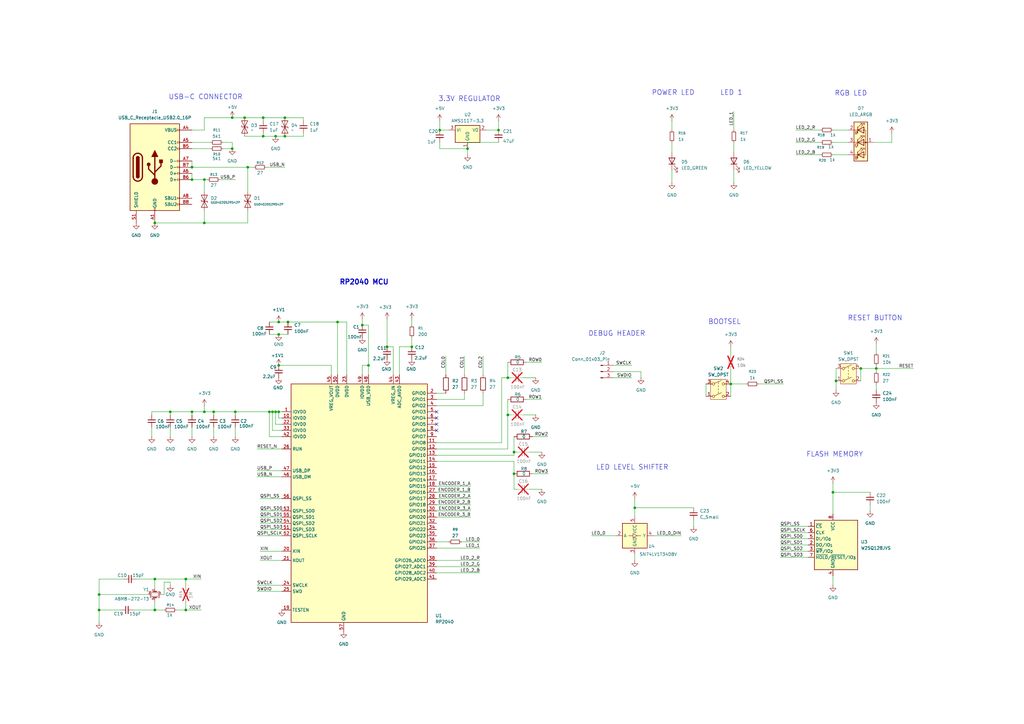
<source format=kicad_sch>
(kicad_sch (version 20250114) (generator "eeschema") (generator_version "9.0")
  (paper "A3")
  (text "RP2040 MCU" (at 149.352 115.824 0) (effects (font (size 2.032 2.032) (thickness 0.4064) (bold yes))))
  (text "LED LEVEL SHIFTER" (at 259.334 191.77 0) (effects (font (size 2.032 2.032))))
  (text "BOOTSEL" (at 297.18 132.08 0) (effects (font (size 2.032 2.032))))
  (text "USB-C CONNECTOR" (at 84.328 39.878 0) (effects (font (size 2.032 2.032))))
  (text "3.3V REGULATOR" (at 192.532 40.64 0) (effects (font (size 2.032 2.032))))
  (text "RESET BUTTON" (at 358.902 130.556 0) (effects (font (size 2.032 2.032))))
  (text "POWER LED" (at 276.098 38.1 0) (effects (font (size 2.032 2.032))))
  (text "FLASH MEMORY" (at 342.392 186.436 0) (effects (font (size 2.032 2.032))))
  (text "LED 1" (at 299.974 38.1 0) (effects (font (size 2.032 2.032))))
  (text "RGB LED" (at 348.996 38.354 0) (effects (font (size 2.032 2.032))))
  (text "DEBUG HEADER" (at 252.984 136.906 0) (effects (font (size 2.032 2.032))))
  (junction (at 113.03 168.91))
  (junction (at 114.3 149.86))
  (junction (at 116.84 48.26))
  (junction (at 138.43 132.08))
  (junction (at 208.28 170.18))
  (junction (at 87.63 168.91))
  (junction (at 107.95 48.26))
  (junction (at 111.76 168.91))
  (junction (at 95.25 48.26))
  (junction (at 110.49 168.91))
  (junction (at 83.82 73.66))
  (junction (at 40.64 243.84))
  (junction (at 148.59 133.35))
  (junction (at 299.72 157.48))
  (junction (at 78.74 168.91))
  (junction (at 342.9 156.21))
  (junction (at 100.33 48.26))
  (junction (at 40.64 250.19))
  (junction (at 63.5 237.49))
  (junction (at 78.74 73.66))
  (junction (at 151.13 149.86))
  (junction (at 96.52 168.91))
  (junction (at 204.47 53.34))
  (junction (at 101.6 68.58))
  (junction (at 191.77 60.96))
  (junction (at 95.25 60.96))
  (junction (at 83.82 91.44))
  (junction (at 113.03 55.88))
  (junction (at 76.2 250.19))
  (junction (at 116.84 55.88))
  (junction (at 260.35 208.28))
  (junction (at 210.82 185.42))
  (junction (at 63.5 91.44))
  (junction (at 63.5 250.19))
  (junction (at 208.28 154.94))
  (junction (at 83.82 168.91))
  (junction (at 341.63 201.93))
  (junction (at 180.34 53.34))
  (junction (at 114.3 137.16))
  (junction (at 107.95 55.88))
  (junction (at 114.3 132.08))
  (junction (at 118.11 132.08))
  (junction (at 158.75 142.24))
  (junction (at 114.3 168.91))
  (junction (at 76.2 237.49))
  (junction (at 78.74 68.58))
  (junction (at 353.06 151.13))
  (junction (at 168.91 142.24))
  (junction (at 210.82 194.31))
  (junction (at 69.85 168.91))
  (junction (at 359.41 151.13))
  (no_connect (at 179.07 168.91))
  (no_connect (at 179.07 173.99))
  (no_connect (at 179.07 171.45))
  (no_connect (at 179.07 176.53))
  (wire (pts (xy 190.5 146.05) (xy 190.5 153.67)))
  (wire (pts (xy 210.82 189.23) (xy 210.82 194.31)))
  (wire (pts (xy 106.68 226.06) (xy 115.57 226.06)))
  (wire (pts (xy 115.57 171.45) (xy 114.3 171.45)))
  (wire (pts (xy 113.03 55.88) (xy 116.84 55.88)))
  (wire (pts (xy 299.72 142.24) (xy 299.72 146.05)))
  (wire (pts (xy 198.12 161.29) (xy 198.12 166.37)))
  (wire (pts (xy 208.28 163.83) (xy 208.28 170.18)))
  (wire (pts (xy 320.04 218.44) (xy 331.47 218.44)))
  (wire (pts (xy 341.63 198.12) (xy 341.63 201.93)))
  (wire (pts (xy 110.49 132.08) (xy 114.3 132.08)))
  (wire (pts (xy 87.63 175.26) (xy 87.63 179.07)))
  (wire (pts (xy 208.28 184.15) (xy 208.28 170.18)))
  (wire (pts (xy 76.2 250.19) (xy 82.55 250.19)))
  (wire (pts (xy 66.04 243.84) (xy 67.31 243.84)))
  (wire (pts (xy 69.85 170.18) (xy 69.85 168.91)))
  (wire (pts (xy 353.06 151.13) (xy 353.06 156.21)))
  (wire (pts (xy 320.04 228.6) (xy 331.47 228.6)))
  (wire (pts (xy 76.2 237.49) (xy 76.2 241.3)))
  (wire (pts (xy 163.83 142.24) (xy 168.91 142.24)))
  (wire (pts (xy 179.07 201.93) (xy 193.04 201.93)))
  (wire (pts (xy 63.5 250.19) (xy 54.61 250.19)))
  (wire (pts (xy 161.29 142.24) (xy 158.75 142.24)))
  (wire (pts (xy 326.39 63.5) (xy 336.55 63.5)))
  (wire (pts (xy 106.68 229.87) (xy 115.57 229.87)))
  (wire (pts (xy 251.46 149.86) (xy 259.08 149.86)))
  (wire (pts (xy 40.64 237.49) (xy 40.64 243.84)))
  (wire (pts (xy 210.82 200.66) (xy 212.09 200.66)))
  (wire (pts (xy 101.6 68.58) (xy 104.14 68.58)))
  (wire (pts (xy 341.63 201.93) (xy 356.87 201.93)))
  (wire (pts (xy 63.5 246.38) (xy 63.5 250.19)))
  (wire (pts (xy 63.5 237.49) (xy 76.2 237.49)))
  (wire (pts (xy 359.41 149.86) (xy 359.41 151.13)))
  (wire (pts (xy 179.07 209.55) (xy 193.04 209.55)))
  (wire (pts (xy 76.2 237.49) (xy 82.55 237.49)))
  (wire (pts (xy 359.41 151.13) (xy 374.65 151.13)))
  (wire (pts (xy 210.82 185.42) (xy 212.09 185.42)))
  (wire (pts (xy 215.9 163.83) (xy 222.25 163.83)))
  (wire (pts (xy 242.57 219.71) (xy 252.73 219.71)))
  (wire (pts (xy 106.68 204.47) (xy 115.57 204.47)))
  (wire (pts (xy 359.41 157.48) (xy 359.41 160.02)))
  (wire (pts (xy 113.03 173.99) (xy 113.03 168.91)))
  (wire (pts (xy 199.39 53.34) (xy 204.47 53.34)))
  (wire (pts (xy 251.46 152.4) (xy 262.89 152.4)))
  (wire (pts (xy 260.35 208.28) (xy 260.35 212.09)))
  (wire (pts (xy 50.8 237.49) (xy 40.64 237.49)))
  (wire (pts (xy 158.75 130.81) (xy 158.75 142.24)))
  (wire (pts (xy 62.23 168.91) (xy 69.85 168.91)))
  (wire (pts (xy 110.49 179.07) (xy 110.49 168.91)))
  (wire (pts (xy 190.5 161.29) (xy 190.5 163.83)))
  (wire (pts (xy 275.59 58.42) (xy 275.59 62.23)))
  (wire (pts (xy 208.28 154.94) (xy 209.55 154.94)))
  (wire (pts (xy 114.3 137.16) (xy 118.11 137.16)))
  (wire (pts (xy 78.74 66.04) (xy 78.74 68.58)))
  (wire (pts (xy 90.17 73.66) (xy 96.52 73.66)))
  (wire (pts (xy 101.6 68.58) (xy 101.6 78.74)))
  (wire (pts (xy 67.31 238.76) (xy 69.85 238.76)))
  (wire (pts (xy 300.99 58.42) (xy 300.99 62.23)))
  (wire (pts (xy 300.99 69.85) (xy 300.99 74.93)))
  (wire (pts (xy 106.68 212.09) (xy 115.57 212.09)))
  (wire (pts (xy 180.34 60.96) (xy 191.77 60.96)))
  (wire (pts (xy 105.41 184.15) (xy 115.57 184.15)))
  (wire (pts (xy 49.53 250.19) (xy 40.64 250.19)))
  (wire (pts (xy 179.07 163.83) (xy 190.5 163.83)))
  (wire (pts (xy 179.07 161.29) (xy 182.88 161.29)))
  (wire (pts (xy 63.5 237.49) (xy 55.88 237.49)))
  (wire (pts (xy 260.35 227.33) (xy 260.35 229.87)))
  (wire (pts (xy 341.63 236.22) (xy 341.63 240.03)))
  (wire (pts (xy 320.04 226.06) (xy 331.47 226.06)))
  (wire (pts (xy 205.74 181.61) (xy 205.74 154.94)))
  (wire (pts (xy 124.46 55.88) (xy 116.84 55.88)))
  (wire (pts (xy 168.91 130.81) (xy 168.91 133.35)))
  (wire (pts (xy 106.68 209.55) (xy 115.57 209.55)))
  (wire (pts (xy 105.41 195.58) (xy 115.57 195.58)))
  (wire (pts (xy 40.64 243.84) (xy 40.64 250.19)))
  (wire (pts (xy 179.07 186.69) (xy 210.82 186.69)))
  (wire (pts (xy 326.39 58.42) (xy 336.55 58.42)))
  (wire (pts (xy 69.85 238.76) (xy 69.85 240.03)))
  (wire (pts (xy 341.63 63.5) (xy 347.98 63.5)))
  (wire (pts (xy 359.41 140.97) (xy 359.41 144.78)))
  (wire (pts (xy 138.43 132.08) (xy 138.43 153.67)))
  (wire (pts (xy 299.72 157.48) (xy 306.07 157.48)))
  (wire (pts (xy 67.31 238.76) (xy 67.31 243.84)))
  (wire (pts (xy 114.3 171.45) (xy 114.3 168.91)))
  (wire (pts (xy 179.07 222.25) (xy 184.15 222.25)))
  (wire (pts (xy 83.82 91.44) (xy 83.82 86.36)))
  (wire (pts (xy 260.35 204.47) (xy 260.35 208.28)))
  (wire (pts (xy 96.52 175.26) (xy 96.52 179.07)))
  (wire (pts (xy 96.52 170.18) (xy 96.52 168.91)))
  (wire (pts (xy 83.82 73.66) (xy 85.09 73.66)))
  (wire (pts (xy 358.14 58.42) (xy 365.76 58.42)))
  (wire (pts (xy 95.25 48.26) (xy 100.33 48.26)))
  (wire (pts (xy 353.06 151.13) (xy 359.41 151.13)))
  (wire (pts (xy 210.82 194.31) (xy 210.82 200.66)))
  (wire (pts (xy 341.63 53.34) (xy 347.98 53.34)))
  (wire (pts (xy 105.41 242.57) (xy 115.57 242.57)))
  (wire (pts (xy 118.11 132.08) (xy 138.43 132.08)))
  (wire (pts (xy 96.52 168.91) (xy 110.49 168.91)))
  (wire (pts (xy 262.89 152.4) (xy 262.89 154.94)))
  (wire (pts (xy 151.13 133.35) (xy 148.59 133.35)))
  (wire (pts (xy 107.95 48.26) (xy 107.95 49.53)))
  (wire (pts (xy 359.41 151.13) (xy 359.41 152.4)))
  (wire (pts (xy 78.74 53.34) (xy 83.82 53.34)))
  (wire (pts (xy 163.83 153.67) (xy 163.83 142.24)))
  (wire (pts (xy 179.07 181.61) (xy 205.74 181.61)))
  (wire (pts (xy 114.3 168.91) (xy 113.03 168.91)))
  (wire (pts (xy 107.95 54.61) (xy 107.95 55.88)))
  (wire (pts (xy 168.91 138.43) (xy 168.91 142.24)))
  (wire (pts (xy 107.95 48.26) (xy 116.84 48.26)))
  (wire (pts (xy 214.63 170.18) (xy 219.71 170.18)))
  (wire (pts (xy 191.77 60.96) (xy 191.77 63.5)))
  (wire (pts (xy 180.34 53.34) (xy 184.15 53.34)))
  (wire (pts (xy 138.43 132.08) (xy 142.24 132.08)))
  (wire (pts (xy 217.17 185.42) (xy 222.25 185.42)))
  (wire (pts (xy 110.49 137.16) (xy 114.3 137.16)))
  (wire (pts (xy 115.57 168.91) (xy 114.3 168.91)))
  (wire (pts (xy 63.5 91.44) (xy 83.82 91.44)))
  (wire (pts (xy 299.72 151.13) (xy 299.72 157.48)))
  (wire (pts (xy 83.82 48.26) (xy 83.82 53.34)))
  (wire (pts (xy 114.3 132.08) (xy 118.11 132.08)))
  (wire (pts (xy 214.63 154.94) (xy 219.71 154.94)))
  (wire (pts (xy 135.89 153.67) (xy 135.89 149.86)))
  (wire (pts (xy 151.13 153.67) (xy 151.13 149.86)))
  (wire (pts (xy 179.07 229.87) (xy 196.85 229.87)))
  (wire (pts (xy 179.07 184.15) (xy 208.28 184.15)))
  (wire (pts (xy 40.64 243.84) (xy 60.96 243.84)))
  (wire (pts (xy 182.88 146.05) (xy 182.88 153.67)))
  (wire (pts (xy 215.9 148.59) (xy 222.25 148.59)))
  (wire (pts (xy 275.59 69.85) (xy 275.59 74.93)))
  (wire (pts (xy 105.41 193.04) (xy 115.57 193.04)))
  (wire (pts (xy 116.84 48.26) (xy 124.46 48.26)))
  (wire (pts (xy 251.46 154.94) (xy 259.08 154.94)))
  (wire (pts (xy 179.07 189.23) (xy 210.82 189.23)))
  (wire (pts (xy 62.23 170.18) (xy 62.23 168.91)))
  (wire (pts (xy 148.59 130.81) (xy 148.59 133.35)))
  (wire (pts (xy 260.35 208.28) (xy 284.48 208.28)))
  (wire (pts (xy 204.47 58.42) (xy 191.77 58.42)))
  (wire (pts (xy 191.77 58.42) (xy 191.77 60.96)))
  (wire (pts (xy 107.95 55.88) (xy 113.03 55.88)))
  (wire (pts (xy 217.17 200.66) (xy 222.25 200.66)))
  (wire (pts (xy 179.07 204.47) (xy 193.04 204.47)))
  (wire (pts (xy 78.74 71.12) (xy 78.74 73.66)))
  (wire (pts (xy 76.2 246.38) (xy 76.2 250.19)))
  (wire (pts (xy 284.48 213.36) (xy 284.48 215.9)))
  (wire (pts (xy 179.07 166.37) (xy 198.12 166.37)))
  (wire (pts (xy 300.99 45.72) (xy 300.99 53.34)))
  (wire (pts (xy 78.74 175.26) (xy 78.74 179.07)))
  (wire (pts (xy 105.41 240.03) (xy 115.57 240.03)))
  (wire (pts (xy 210.82 185.42) (xy 210.82 186.69)))
  (wire (pts (xy 148.59 149.86) (xy 148.59 153.67)))
  (wire (pts (xy 91.44 58.42) (xy 95.25 58.42)))
  (wire (pts (xy 83.82 48.26) (xy 95.25 48.26)))
  (wire (pts (xy 106.68 214.63) (xy 115.57 214.63)))
  (wire (pts (xy 205.74 154.94) (xy 208.28 154.94)))
  (wire (pts (xy 101.6 86.36) (xy 101.6 91.44)))
  (wire (pts (xy 204.47 49.53) (xy 204.47 53.34)))
  (wire (pts (xy 83.82 73.66) (xy 83.82 78.74)))
  (wire (pts (xy 267.97 219.71) (xy 279.4 219.71)))
  (wire (pts (xy 326.39 53.34) (xy 336.55 53.34)))
  (wire (pts (xy 135.89 149.86) (xy 114.3 149.86)))
  (wire (pts (xy 95.25 58.42) (xy 95.25 60.96)))
  (wire (pts (xy 179.07 212.09) (xy 193.04 212.09)))
  (wire (pts (xy 320.04 220.98) (xy 331.47 220.98)))
  (wire (pts (xy 78.74 168.91) (xy 69.85 168.91)))
  (wire (pts (xy 63.5 241.3) (xy 63.5 237.49)))
  (wire (pts (xy 83.82 168.91) (xy 78.74 168.91)))
  (wire (pts (xy 40.64 250.19) (xy 40.64 255.27)))
  (wire (pts (xy 124.46 54.61) (xy 124.46 55.88)))
  (wire (pts (xy 179.07 224.79) (xy 196.85 224.79)))
  (wire (pts (xy 124.46 48.26) (xy 124.46 49.53)))
  (wire (pts (xy 180.34 58.42) (xy 180.34 60.96)))
  (wire (pts (xy 113.03 168.91) (xy 111.76 168.91)))
  (wire (pts (xy 142.24 132.08) (xy 142.24 153.67)))
  (wire (pts (xy 161.29 153.67) (xy 161.29 142.24)))
  (wire (pts (xy 148.59 149.86) (xy 151.13 149.86)))
  (wire (pts (xy 179.07 234.95) (xy 196.85 234.95)))
  (wire (pts (xy 91.44 60.96) (xy 95.25 60.96)))
  (wire (pts (xy 208.28 170.18) (xy 209.55 170.18)))
  (wire (pts (xy 320.04 223.52) (xy 331.47 223.52)))
  (wire (pts (xy 115.57 173.99) (xy 113.03 173.99)))
  (wire (pts (xy 180.34 49.53) (xy 180.34 53.34)))
  (wire (pts (xy 105.41 219.71) (xy 115.57 219.71)))
  (wire (pts (xy 320.04 215.9) (xy 331.47 215.9)))
  (wire (pts (xy 210.82 179.07) (xy 210.82 185.42)))
  (wire (pts (xy 179.07 199.39) (xy 193.04 199.39)))
  (wire (pts (xy 69.85 175.26) (xy 69.85 179.07)))
  (wire (pts (xy 311.15 157.48) (xy 321.31 157.48)))
  (wire (pts (xy 189.23 222.25) (xy 196.85 222.25)))
  (wire (pts (xy 111.76 176.53) (xy 111.76 168.91)))
  (wire (pts (xy 78.74 60.96) (xy 86.36 60.96)))
  (wire (pts (xy 179.07 207.01) (xy 193.04 207.01)))
  (wire (pts (xy 101.6 91.44) (xy 83.82 91.44)))
  (wire (pts (xy 299.72 157.48) (xy 299.72 162.56)))
  (wire (pts (xy 341.63 58.42) (xy 347.98 58.42)))
  (wire (pts (xy 63.5 250.19) (xy 67.31 250.19)))
  (wire (pts (xy 356.87 207.01) (xy 356.87 209.55)))
  (wire (pts (xy 341.63 201.93) (xy 341.63 210.82)))
  (wire (pts (xy 275.59 49.53) (xy 275.59 53.34)))
  (wire (pts (xy 78.74 68.58) (xy 101.6 68.58)))
  (wire (pts (xy 111.76 168.91) (xy 110.49 168.91)))
  (wire (pts (xy 96.52 168.91) (xy 87.63 168.91)))
  (wire (pts (xy 365.76 54.61) (xy 365.76 58.42)))
  (wire (pts (xy 78.74 170.18) (xy 78.74 168.91)))
  (wire (pts (xy 72.39 250.19) (xy 76.2 250.19)))
  (wire (pts (xy 179.07 232.41) (xy 196.85 232.41)))
  (wire (pts (xy 100.33 48.26) (xy 107.95 48.26)))
  (wire (pts (xy 109.22 68.58) (xy 116.84 68.58)))
  (wire (pts (xy 115.57 179.07) (xy 110.49 179.07)))
  (wire (pts (xy 208.28 148.59) (xy 208.28 154.94)))
  (wire (pts (xy 198.12 146.05) (xy 198.12 153.67)))
  (wire (pts (xy 218.44 194.31) (xy 224.79 194.31)))
  (wire (pts (xy 289.56 157.48) (xy 289.56 162.56)))
  (wire (pts (xy 106.68 217.17) (xy 115.57 217.17)))
  (wire (pts (xy 100.33 55.88) (xy 107.95 55.88)))
  (wire (pts (xy 78.74 58.42) (xy 86.36 58.42)))
  (wire (pts (xy 62.23 175.26) (xy 62.23 179.07)))
  (wire (pts (xy 342.9 156.21) (xy 342.9 160.02)))
  (wire (pts (xy 87.63 170.18) (xy 87.63 168.91)))
  (wire (pts (xy 78.74 73.66) (xy 83.82 73.66)))
  (wire (pts (xy 87.63 168.91) (xy 83.82 168.91)))
  (wire (pts (xy 83.82 166.37) (xy 83.82 168.91)))
  (wire (pts (xy 218.44 179.07) (xy 224.79 179.07)))
  (wire (pts (xy 151.13 149.86) (xy 151.13 133.35)))
  (wire (pts (xy 115.57 176.53) (xy 111.76 176.53)))
  (wire (pts (xy 342.9 151.13) (xy 342.9 156.21)))
  (label "USB_N" (at 116.84 68.58 180))
  (label "USB_N" (at 105.41 195.58 0))
  (label "QSPI_SS" (at 320.04 215.9 0))
  (label "ROW1" (at 222.25 163.83 180))
  (label "LED_0" (at 196.85 222.25 180))
  (label "QSPI_SD3" (at 106.68 217.17 0))
  (label "LED_0" (at 242.57 219.71 0))
  (label "QSPI_SD0" (at 320.04 220.98 0))
  (label "RESET_N" (at 105.41 184.15 0))
  (label "USB_P" (at 105.41 193.04 0))
  (label "SWDIO" (at 105.41 242.57 0))
  (label "SWCLK" (at 105.41 240.03 0))
  (label "LED_1" (at 300.99 45.72 270))
  (label "ENCODER_3_A" (at 193.04 209.55 180))
  (label "LED_2_B" (at 196.85 234.95 180))
  (label "QSPI_SS" (at 321.31 157.48 180))
  (label "ROW0" (at 222.25 148.59 180))
  (label "SWCLK" (at 259.08 149.86 180))
  (label "LED_2_R" (at 326.39 53.34 0))
  (label "COL0" (at 182.88 146.05 270))
  (label "ROW2" (at 224.79 179.07 180))
  (label "XIN" (at 106.68 226.06 0))
  (label "QSPI_SD3" (at 320.04 228.6 0))
  (label "ENCODER_1_A" (at 193.04 199.39 180))
  (label "LED_1" (at 196.85 224.79 180))
  (label "COL2" (at 198.12 146.05 270))
  (label "QSPI_SCLK" (at 105.41 219.71 0))
  (label "XOUT" (at 106.68 229.87 0))
  (label "QSPI_SD0" (at 106.68 209.55 0))
  (label "QSPI_SD2" (at 320.04 226.06 0))
  (label "ENCODER_3_B" (at 193.04 212.09 180))
  (label "QSPI_SS" (at 106.68 204.47 0))
  (label "LED_0_DIN" (at 279.4 219.71 180))
  (label "COL1" (at 190.5 146.05 270))
  (label "QSPI_SCLK" (at 320.04 218.44 0))
  (label "QSPI_SD1" (at 106.68 212.09 0))
  (label "ENCODER_2_A" (at 193.04 204.47 180))
  (label "XIN" (at 82.55 237.49 180))
  (label "LED_2_G" (at 326.39 58.42 0))
  (label "QSPI_SD1" (at 320.04 223.52 0))
  (label "QSPI_SD2" (at 106.68 214.63 0))
  (label "XOUT" (at 82.55 250.19 180))
  (label "ROW3" (at 224.79 194.31 180))
  (label "ENCODER_2_B" (at 193.04 207.01 180))
  (label "RESET" (at 374.65 151.13 180))
  (label "LED_2_B" (at 326.39 63.5 0))
  (label "USB_P" (at 96.52 73.66 180))
  (label "SWDIO" (at 259.08 154.94 180))
  (label "LED_2_R" (at 196.85 229.87 180))
  (label "ENCODER_1_B" (at 193.04 201.93 180))
  (label "LED_2_G" (at 196.85 232.41 180))
  (symbol (lib_id "power:GND") (at 359.41 165.1 0) (unit 1)
    (property "Reference" "#PWR045" (effects (hide yes)))
    (property "Value" "GND" (at 359.41 170.18 0))
    (property "Description" "Power symbol creates a global label with name \"GND\" , ground" (effects (hide yes)))
  )
  (symbol (lib_id "Device:R_Small") (at 69.85 250.19 90) (unit 1)
    (property "Reference" "R14" (at 69.85 248.158 90) (effects (font (size 1.016 1.016))))
    (property "Value" "1k" (at 69.596 252.222 90))
    (property "Description" "Resistor, small symbol" (effects (hide yes)))
  )
  (symbol (lib_id "power:GND") (at 114.3 137.16 0) (unit 1)
    (property "Reference" "#PWR06" (effects (hide yes)))
    (property "Value" "GND" (at 114.3 141.224 0))
    (property "Description" "Power symbol creates a global label with name \"GND\" , ground" (effects (hide yes)))
  )
  (symbol (lib_id "Device:C_Small") (at 214.63 185.42 90) (unit 1) (dnp yes)
    (property "Reference" "C15" (at 214.63 182.118 90))
    (property "Value" "100nF" (at 214.884 189.23 90))
    (property "Description" "Unpolarized capacitor, small symbol" (effects (hide yes)))
  )
  (symbol (lib_id "power:GND") (at 40.64 255.27 0) (unit 1)
    (property "Reference" "#PWR028" (effects (hide yes)))
    (property "Value" "GND" (at 40.64 260.35 0))
    (property "Description" "Power symbol creates a global label with name \"GND\" , ground" (effects (hide yes)))
  )
  (symbol (lib_id "Device:C_Small") (at 212.09 170.18 90) (unit 1) (dnp yes)
    (property "Reference" "C14" (at 212.09 166.878 90))
    (property "Value" "100nF" (at 212.344 173.99 90))
    (property "Description" "Unpolarized capacitor, small symbol" (effects (hide yes)))
  )
  (symbol (lib_id "Device:C_Small") (at 356.87 204.47 0) (unit 1)
    (property "Reference" "C22" (at 359.41 203.2062 0) (effects (justify left)))
    (property "Value" "100nF" (at 359.41 205.7462 0) (effects (justify left)))
    (property "Description" "Unpolarized capacitor, small symbol" (effects (hide yes)))
  )
  (symbol (lib_id "power:GND") (at 78.74 179.07 0) (unit 1)
    (property "Reference" "#PWR08" (effects (hide yes)))
    (property "Value" "GND" (at 78.74 184.15 0))
    (property "Description" "Power symbol creates a global label with name \"GND\" , ground" (effects (hide yes)))
  )
  (symbol (lib_id "Device:C_Small") (at 114.3 152.4 0) (unit 1)
    (property "Reference" "C9" (at 110.744 150.622 0) (effects (justify left)))
    (property "Value" "2.2uF" (at 107.696 154.432 0) (effects (justify left)))
    (property "Description" "Unpolarized capacitor, small symbol" (effects (hide yes)))
  )
  (symbol (lib_id "power:GND") (at 219.71 170.18 0) (unit 1)
    (property "Reference" "#PWR021" (effects (hide yes)))
    (property "Value" "GND" (at 219.71 175.26 0))
    (property "Description" "Power symbol creates a global label with name \"GND\" , ground" (effects (hide yes)))
  )
  (symbol (lib_id "power:GND") (at 222.25 200.66 0) (unit 1)
    (property "Reference" "#PWR023" (effects (hide yes)))
    (property "Value" "GND" (at 222.25 205.74 0))
    (property "Description" "Power symbol creates a global label with name \"GND\" , ground" (effects (hide yes)))
  )
  (symbol (lib_id "Device:R_Small") (at 88.9 58.42 90) (unit 1)
    (property "Reference" "R11" (at 88.9 53.34 90) (effects (font (size 1.016 1.016))))
    (property "Value" "5k1" (at 88.9 55.88 90))
    (property "Description" "Resistor, small symbol" (effects (hide yes)))
  )
  (symbol (lib_id "Device:C_Small") (at 214.63 200.66 90) (unit 1) (dnp yes)
    (property "Reference" "C16" (at 214.63 197.358 90))
    (property "Value" "100nF" (at 214.884 204.47 90))
    (property "Description" "Unpolarized capacitor, small symbol" (effects (hide yes)))
  )
  (symbol (lib_id "power:+5V") (at 95.25 48.26 0) (unit 1)
    (property "Reference" "#PWR025" (effects (hide yes)))
    (property "Value" "+5V" (at 95.25 43.942 0))
    (property "Description" "Power symbol creates a global label with name \"+5V\"" (effects (hide yes)))
  )
  (symbol (lib_id "power:GND") (at 262.89 154.94 0) (unit 1)
    (property "Reference" "#PWR047" (effects (hide yes)))
    (property "Value" "GND" (at 262.89 160.02 0))
    (property "Description" "Power symbol creates a global label with name \"GND\" , ground" (effects (hide yes)))
  )
  (symbol (lib_id "Device:C_Small") (at 359.41 162.56 180) (unit 1)
    (property "Reference" "C24" (at 361.95 161.2835 0) (effects (justify right)))
    (property "Value" "100nF" (at 361.95 163.8235 0) (effects (justify right)))
    (property "Description" "Unpolarized capacitor, small symbol" (effects (hide yes)))
  )
  (symbol (lib_id "power:+3V3") (at 158.75 130.81 0) (unit 1)
    (property "Reference" "#PWR015" (effects (hide yes)))
    (property "Value" "+3V3" (at 157.988 125.984 0))
    (property "Description" "Power symbol creates a global label with name \"+3V3\"" (effects (hide yes)))
  )
  (symbol (lib_id "power:+3V3") (at 341.63 198.12 0) (unit 1)
    (property "Reference" "#PWR038" (effects (hide yes)))
    (property "Value" "+3V3" (at 341.63 193.04 0))
    (property "Description" "Power symbol creates a global label with name \"+3V3\"" (effects (hide yes)))
  )
  (symbol (lib_id "power:GND") (at 148.59 138.43 0) (unit 1)
    (property "Reference" "#PWR01" (effects (hide yes)))
    (property "Value" "GND" (at 148.59 143.51 0))
    (property "Description" "Power symbol creates a global label with name \"GND\" , ground" (effects (hide yes)))
  )
  (symbol (lib_id "power:GND") (at 300.99 74.93 0) (unit 1)
    (property "Reference" "#PWR035" (effects (hide yes)))
    (property "Value" "GND" (at 300.99 80.01 0))
    (property "Description" "Power symbol creates a global label with name \"GND\" , ground" (effects (hide yes)))
  )
  (symbol (lib_id "power:+5V") (at 260.35 204.47 0) (unit 1)
    (property "Reference" "#PWR041" (effects (hide yes)))
    (property "Value" "+5V" (at 260.35 199.39 0))
    (property "Description" "Power symbol creates a global label with name \"+5V\"" (effects (hide yes)))
  )
  (symbol (lib_id "Device:C_Small") (at 107.95 52.07 0) (unit 1)
    (property "Reference" "C17" (at 110.49 50.8062 0) (effects (justify left)))
    (property "Value" "1uF" (at 110.49 53.3462 0) (effects (justify left)))
    (property "Description" "Unpolarized capacitor, small symbol" (effects (hide yes)))
  )
  (symbol (lib_id "Device:R") (at 182.88 157.48 180) (unit 1)
    (property "Reference" "R2" (at 185.42 156.2099 0) (effects (justify right)))
    (property "Value" "27" (at 185.42 158.7499 0) (effects (justify right)))
    (property "Description" "Resistor" (effects (hide yes)))
  )
  (symbol (lib_id "Device:C_Small") (at 118.11 134.62 0) (unit 1)
    (property "Reference" "C7" (at 120.65 133.3562 0) (effects (justify left)))
    (property "Value" "100nF" (at 120.65 135.8962 0) (effects (justify left)))
    (property "Description" "Unpolarized capacitor, small symbol" (effects (hide yes)))
  )
  (symbol (lib_id "Device:R") (at 214.63 194.31 270) (unit 1)
    (property "Reference" "R8" (at 214.884 192.278 90))
    (property "Value" "0" (at 214.884 194.31 90))
    (property "Description" "Resistor" (effects (hide yes)))
  )
  (symbol (lib_id "power:GND") (at 168.91 147.32 0) (unit 1)
    (property "Reference" "#PWR017" (effects (hide yes)))
    (property "Value" "GND" (at 168.656 151.384 0))
    (property "Description" "Power symbol creates a global label with name \"GND\" , ground" (effects (hide yes)))
  )
  (symbol (lib_id "Diode:SMAJ5.0CA") (at 116.84 52.07 90) (unit 1)
    (property "Reference" "D4" (at 119.38 51.4349 90) (effects (justify right)))
    (property "Value" "~" (at 119.38 53.34 90) (effects (justify right)))
    (property "Footprint" "Diode_SMD:D_SMA" (effects (hide yes)))
    (property "Datasheet" "https://www.littelfuse.com/media?resourcetype=datasheets&itemid=75e32973-b177-4ee3-a0ff-cedaf1abdb93&filename=smaj-datasheet" (effects (hide yes)))
    (property "Description" "400W bidirectional Transient Voltage Suppressor, 5.0Vr, SMA(DO-214AC)" (effects (hide yes)))
  )
  (symbol (lib_id "Device:Crystal_GND24_Small") (at 63.5 243.84 270) (unit 1)
    (property "Reference" "Y1" (at 59.944 241.808 90))
    (property "Value" "ABM8-272-T3" (at 54.102 245.618 90))
    (property "Description" "Four pin crystal, GND on pins 2 and 4, small symbol" (effects (hide yes)))
  )
  (symbol (lib_id "Connector:Conn_01x03_Pin") (at 246.38 152.4 0) (unit 1)
    (property "Reference" "J2" (at 247.015 144.78 0))
    (property "Value" "Conn_01x03_Pin" (at 242.316 147.32 0))
    (property "Description" "Generic connector, single row, 01x03, script generated" (effects (hide yes)))
  )
  (symbol (lib_id "power:GND") (at 69.85 240.03 0) (unit 1)
    (property "Reference" "#PWR029" (effects (hide yes)))
    (property "Value" "GND" (at 69.85 243.84 0))
    (property "Description" "Power symbol creates a global label with name \"GND\" , ground" (effects (hide yes)))
  )
  (symbol (lib_id "power:+3V3") (at 148.59 130.81 0) (unit 1)
    (property "Reference" "#PWR02" (effects (hide yes)))
    (property "Value" "+3V3" (at 148.59 125.73 0))
    (property "Description" "Power symbol creates a global label with name \"+3V3\"" (effects (hide yes)))
  )
  (symbol (lib_id "power:GND") (at 55.88 91.44 0) (unit 1)
    (property "Reference" "#PWR019" (effects (hide yes)))
    (property "Value" "GND" (at 55.88 96.52 0))
    (property "Description" "Power symbol creates a global label with name \"GND\" , ground" (effects (hide yes)))
  )
  (symbol (lib_id "Device:C_Small") (at 52.07 250.19 90) (unit 1)
    (property "Reference" "C19" (at 50.546 251.714 90) (effects (justify left)))
    (property "Value" "15pF" (at 57.912 251.714 90) (effects (justify left)))
    (property "Description" "Unpolarized capacitor, small symbol" (effects (hide yes)))
  )
  (symbol (lib_id "power:GND") (at 260.35 229.87 0) (unit 1)
    (property "Reference" "#PWR040" (effects (hide yes)))
    (property "Value" "GND" (at 260.35 234.95 0))
    (property "Description" "Power symbol creates a global label with name \"GND\" , ground" (effects (hide yes)))
  )
  (symbol (lib_id "Device:C_Small") (at 212.09 154.94 90) (unit 1) (dnp yes)
    (property "Reference" "C13" (at 212.09 151.638 90))
    (property "Value" "100nF" (at 212.344 158.75 90))
    (property "Description" "Unpolarized capacitor, small symbol" (effects (hide yes)))
  )
  (symbol (lib_id "Device:R_Small") (at 168.91 135.89 0) (unit 1)
    (property "Reference" "R1" (at 171.45 134.6199 0) (effects (font (size 1.016 1.016)) (justify left)))
    (property "Value" "200" (at 171.45 137.1599 0) (effects (justify left)))
    (property "Description" "Resistor, small symbol" (effects (hide yes)))
  )
  (symbol (lib_id "power:GND") (at 342.9 160.02 0) (unit 1)
    (property "Reference" "#PWR043" (effects (hide yes)))
    (property "Value" "GND" (at 342.9 165.1 0))
    (property "Description" "Power symbol creates a global label with name \"GND\" , ground" (effects (hide yes)))
  )
  (symbol (lib_id "power:GND") (at 356.87 209.55 0) (unit 1)
    (property "Reference" "#PWR039" (effects (hide yes)))
    (property "Value" "GND" (at 356.87 214.63 0))
    (property "Description" "Power symbol creates a global label with name \"GND\" , ground" (effects (hide yes)))
  )
  (symbol (lib_id "Device:R") (at 190.5 157.48 180) (unit 1)
    (property "Reference" "R3" (at 193.04 156.2099 0) (effects (justify right)))
    (property "Value" "27" (at 193.04 158.7499 0) (effects (justify right)))
    (property "Description" "Resistor" (effects (hide yes)))
  )
  (symbol (lib_id "Diode:SMAJ5.0CA") (at 100.33 52.07 90) (unit 1)
    (property "Reference" "D3" (at 102.87 51.4349 90) (effects (justify right)))
    (property "Value" "~" (at 102.87 53.34 90) (effects (justify right)))
    (property "Footprint" "Diode_SMD:D_SMA" (effects (hide yes)))
    (property "Datasheet" "https://www.littelfuse.com/media?resourcetype=datasheets&itemid=75e32973-b177-4ee3-a0ff-cedaf1abdb93&filename=smaj-datasheet" (effects (hide yes)))
    (property "Description" "400W bidirectional Transient Voltage Suppressor, 5.0Vr, SMA(DO-214AC)" (effects (hide yes)))
  )
  (symbol (lib_id "Device:C_Small") (at 204.47 55.88 0) (unit 1)
    (property "Reference" "C21" (at 206.248 53.848 0) (effects (justify left)))
    (property "Value" "47uF" (at 206.248 57.912 0) (effects (justify left)))
    (property "Description" "Unpolarized capacitor, small symbol" (effects (hide yes)))
  )
  (symbol (lib_id "Device:LED_ARGB") (at 353.06 58.42 0) (unit 1)
    (property "Reference" "D7" (at 353.06 44.45 0))
    (property "Value" "LED_ARGB" (at 353.06 46.99 0))
    (property "Description" "RGB LED, anode/red/green/blue" (effects (hide yes)))
  )
  (symbol (lib_id "power:GND") (at 158.75 147.32 0) (unit 1)
    (property "Reference" "#PWR016" (effects (hide yes)))
    (property "Value" "GND" (at 158.496 151.384 0))
    (property "Description" "Power symbol creates a global label with name \"GND\" , ground" (effects (hide yes)))
  )
  (symbol (lib_id "Device:C_Small") (at 62.23 172.72 0) (unit 1)
    (property "Reference" "C6" (at 64.516 172.72 0) (effects (justify left)))
    (property "Value" "100nF" (at 63.754 175.006 0) (effects (justify left)))
    (property "Description" "Unpolarized capacitor, small symbol" (effects (hide yes)))
  )
  (symbol (lib_id "Device:C_Small") (at 69.85 172.72 0) (unit 1)
    (property "Reference" "C5" (at 72.136 172.72 0) (effects (justify left)))
    (property "Value" "100nF" (at 71.374 175.006 0) (effects (justify left)))
    (property "Description" "Unpolarized capacitor, small symbol" (effects (hide yes)))
  )
  (symbol (lib_id "Device:R_Small") (at 76.2 243.84 180) (unit 1) (dnp yes)
    (property "Reference" "R15" (at 74.168 243.84 90) (effects (font (size 1.016 1.016))))
    (property "Value" "1M" (at 78.232 244.094 90))
    (property "Description" "Resistor, small symbol" (effects (hide yes)))
  )
  (symbol (lib_id "Device:C_Small") (at 53.34 237.49 90) (unit 1)
    (property "Reference" "C10" (at 52.07 235.966 90) (effects (justify left)))
    (property "Value" "15pF" (at 59.182 235.966 90) (effects (justify left)))
    (property "Description" "Unpolarized capacitor, small symbol" (effects (hide yes)))
  )
  (symbol (lib_id "Device:C_Small") (at 87.63 172.72 0) (unit 1)
    (property "Reference" "C3" (at 89.916 172.72 0) (effects (justify left)))
    (property "Value" "100nF" (at 89.154 175.006 0) (effects (justify left)))
    (property "Description" "Unpolarized capacitor, small symbol" (effects (hide yes)))
  )
  (symbol (lib_id "Device:R_Small") (at 87.63 73.66 90) (unit 1)
    (property "Reference" "R13" (at 87.63 71.628 90) (effects (font (size 1.016 1.016))))
    (property "Value" "27" (at 87.63 75.946 90))
    (property "Description" "Resistor, small symbol" (effects (hide yes)))
  )
  (symbol (lib_id "Device:R_Small") (at 339.09 63.5 90) (unit 1)
    (property "Reference" "R20" (at 337.312 65.786 90) (effects (font (size 1.016 1.016))))
    (property "Value" "1k" (at 341.376 65.532 90))
    (property "Description" "Resistor, small symbol" (effects (hide yes)))
  )
  (symbol (lib_id "power:+3V3") (at 114.3 149.86 0) (unit 1)
    (property "Reference" "#PWR014" (effects (hide yes)))
    (property "Value" "+1V1" (at 113.792 145.796 0))
    (property "Description" "Power symbol creates a global label with name \"+3V3\"" (effects (hide yes)))
  )
  (symbol (lib_id "Device:R") (at 212.09 148.59 270) (unit 1)
    (property "Reference" "R5" (at 212.344 146.558 90))
    (property "Value" "0" (at 212.344 148.59 90))
    (property "Description" "Resistor" (effects (hide yes)))
  )
  (symbol (lib_id "Switch:SW_DPST") (at 347.98 153.67 0) (unit 1)
    (property "Reference" "SW1" (at 347.98 144.78 0))
    (property "Value" "SW_DPST" (at 347.98 147.32 0))
    (property "Description" "Double Pole Single Throw (DPST) Switch" (effects (hide yes)))
  )
  (symbol (lib_id "power:GND") (at 275.59 74.93 0) (unit 1)
    (property "Reference" "#PWR033" (effects (hide yes)))
    (property "Value" "GND" (at 275.59 80.01 0))
    (property "Description" "Power symbol creates a global label with name \"GND\" , ground" (effects (hide yes)))
  )
  (symbol (lib_id "Device:R_Small") (at 299.72 148.59 0) (unit 1) (dnp yes)
    (property "Reference" "R24" (at 302.26 147.3199 0) (effects (font (size 1.016 1.016)) (justify left)))
    (property "Value" "10k" (at 302.26 149.8599 0) (effects (justify left)))
    (property "Description" "Resistor, small symbol" (effects (hide yes)))
  )
  (symbol (lib_id "power:+3V3") (at 275.59 49.53 0) (unit 1)
    (property "Reference" "#PWR034" (effects (hide yes)))
    (property "Value" "+3V3" (at 275.59 44.45 0))
    (property "Description" "Power symbol creates a global label with name \"+3V3\"" (effects (hide yes)))
  )
  (symbol (lib_id "power:+3V3") (at 359.41 140.97 0) (unit 1)
    (property "Reference" "#PWR044" (effects (hide yes)))
    (property "Value" "+3V3" (at 359.41 135.89 0))
    (property "Description" "Power symbol creates a global label with name \"+3V3\"" (effects (hide yes)))
  )
  (symbol (lib_id "power:GND") (at 222.25 185.42 0) (unit 1)
    (property "Reference" "#PWR022" (effects (hide yes)))
    (property "Value" "GND" (at 222.25 190.5 0))
    (property "Description" "Power symbol creates a global label with name \"GND\" , ground" (effects (hide yes)))
  )
  (symbol (lib_id "Device:LED") (at 275.59 66.04 90) (unit 1)
    (property "Reference" "D5" (at 279.4 66.3574 90) (effects (justify right)))
    (property "Value" "LED_GREEN" (at 279.4 68.8974 90) (effects (justify right)))
    (property "Description" "Light emitting diode" (effects (hide yes)))
    (property "Sim.Pins" "1=K 2=A" (effects (hide yes)))
  )
  (symbol (lib_id "Device:C_Small") (at 168.91 144.78 0) (unit 1)
    (property "Reference" "C12" (at 170.18 142.494 0) (effects (justify left)))
    (property "Value" "2.2uF" (at 169.926 146.812 0) (effects (justify left)))
    (property "Description" "Unpolarized capacitor, small symbol" (effects (hide yes)))
  )
  (symbol (lib_id "Device:R_Small") (at 275.59 55.88 0) (unit 1)
    (property "Reference" "R16" (at 278.13 54.6099 0) (effects (font (size 1.016 1.016)) (justify left)))
    (property "Value" "1k" (at 278.13 57.1499 0) (effects (justify left)))
    (property "Description" "Resistor, small symbol" (effects (hide yes)))
  )
  (symbol (lib_id "Device:R_Small") (at 359.41 154.94 180) (unit 1)
    (property "Reference" "R22" (at 361.95 153.6699 0) (effects (font (size 1.016 1.016)) (justify right)))
    (property "Value" "27" (at 361.95 156.2099 0) (effects (justify right)))
    (property "Description" "Resistor, small symbol" (effects (hide yes)))
  )
  (symbol (lib_id "Device:R_Small") (at 339.09 58.42 90) (unit 1)
    (property "Reference" "R19" (at 336.55 60.452 90) (effects (font (size 1.016 1.016))))
    (property "Value" "1k" (at 340.868 60.198 90))
    (property "Description" "Resistor, small symbol" (effects (hide yes)))
  )
  (symbol (lib_id "power:GND") (at 115.57 250.19 0) (unit 1)
    (property "Reference" "#PWR012" (effects (hide yes)))
    (property "Value" "GND" (at 115.57 255.27 0))
    (property "Description" "Power symbol creates a global label with name \"GND\" , ground" (effects (hide yes)))
  )
  (symbol (lib_id "Regulator_Linear:AMS1117-3.3") (at 191.77 53.34 0) (unit 1)
    (property "Reference" "U2" (at 191.77 46.99 0))
    (property "Value" "AMS1117-3.3" (at 191.77 49.53 0))
    (property "Footprint" "Package_TO_SOT_SMD:SOT-223-3_TabPin2" (effects (hide yes)))
    (property "Datasheet" "http://www.advanced-monolithic.com/pdf/ds1117.pdf" (effects (hide yes)))
    (property "Description" "1A Low Dropout regulator, positive, 3.3V fixed output, SOT-223" (effects (hide yes)))
  )
  (symbol (lib_id "Device:C_Small") (at 110.49 134.62 0) (unit 1)
    (property "Reference" "C8" (at 105.41 134.62 0) (effects (justify left)))
    (property "Value" "100nF" (at 103.378 136.906 0) (effects (justify left)))
    (property "Description" "Unpolarized capacitor, small symbol" (effects (hide yes)))
  )
  (symbol (lib_id "Device:C_Small") (at 96.52 172.72 0) (unit 1)
    (property "Reference" "C2" (at 98.552 172.72 0) (effects (justify left)))
    (property "Value" "100nF" (at 98.044 174.752 0) (effects (justify left)))
    (property "Description" "Unpolarized capacitor, small symbol" (effects (hide yes)))
  )
  (symbol (lib_id "power:GND") (at 284.48 215.9 0) (unit 1)
    (property "Reference" "#PWR042" (effects (hide yes)))
    (property "Value" "GND" (at 284.48 220.98 0))
    (property "Description" "Power symbol creates a global label with name \"GND\" , ground" (effects (hide yes)))
  )
  (symbol (lib_id "Device:C_Small") (at 148.59 135.89 0) (unit 1)
    (property "Reference" "C1" (at 144.78 134.112 0) (effects (justify left)))
    (property "Value" "100nF" (at 142.494 138.176 0) (effects (justify left)))
    (property "Description" "Unpolarized capacitor, small symbol" (effects (hide yes)))
  )
  (symbol (lib_id "Switch:SW_DPST") (at 294.64 160.02 0) (unit 1)
    (property "Reference" "SW2" (at 294.64 151.13 0))
    (property "Value" "SW_DPST" (at 294.64 153.67 0))
    (property "Description" "Double Pole Single Throw (DPST) Switch" (effects (hide yes)))
  )
  (symbol (lib_id "Diode:SMAJ5.0CA") (at 83.82 82.55 90) (unit 1)
    (property "Reference" "D2" (at 86.36 81.2799 90) (effects (justify right)))
    (property "Value" "GG0402052R542P" (at 86.36 83.058 90) (effects (font (size 0.889 0.889)) (justify right)))
    (property "Footprint" "Diode_SMD:D_SMA" (effects (hide yes)))
    (property "Datasheet" "https://www.littelfuse.com/media?resourcetype=datasheets&itemid=75e32973-b177-4ee3-a0ff-cedaf1abdb93&filename=smaj-datasheet" (effects (hide yes)))
    (property "Description" "400W bidirectional Transient Voltage Suppressor, 5.0Vr, SMA(DO-214AC)" (effects (hide yes)))
  )
  (symbol (lib_id "Device:R_Small") (at 359.41 147.32 0) (unit 1)
    (property "Reference" "R21" (at 361.95 146.0499 0) (effects (font (size 1.016 1.016)) (justify left)))
    (property "Value" "10k" (at 361.95 148.5899 0) (effects (justify left)))
    (property "Description" "Resistor, small symbol" (effects (hide yes)))
  )
  (symbol (lib_id "power:+5V") (at 180.34 49.53 0) (unit 1)
    (property "Reference" "#PWR030" (effects (hide yes)))
    (property "Value" "+5V" (at 180.34 44.45 0))
    (property "Description" "Power symbol creates a global label with name \"+5V\"" (effects (hide yes)))
  )
  (symbol (lib_id "Device:C_Small") (at 284.48 210.82 0) (unit 1)
    (property "Reference" "C23" (at 287.02 209.5562 0) (effects (justify left)))
    (property "Value" "C_Small" (at 287.02 212.0962 0) (effects (justify left)))
    (property "Description" "Unpolarized capacitor, small symbol" (effects (hide yes)))
  )
  (symbol (lib_id "Device:R_Small") (at 106.68 68.58 90) (unit 1)
    (property "Reference" "R12" (at 106.68 66.802 90) (effects (font (size 1.016 1.016))))
    (property "Value" "27" (at 106.68 70.866 90))
    (property "Description" "Resistor, small symbol" (effects (hide yes)))
  )
  (symbol (lib_id "Logic_LevelTranslator:SN74LV1T34DBV") (at 260.35 219.71 0) (unit 1)
    (property "Reference" "U4" (at 267.208 224.028 0))
    (property "Value" "SN74LV1T34DBV" (at 270.002 227.33 0))
    (property "Footprint" "Package_TO_SOT_SMD:SOT-23-5" (effects (hide yes)))
    (property "Datasheet" "https://www.ti.com/lit/ds/symlink/sn74lv1t34.pdf" (effects (hide yes)))
    (property "Description" "Single Power Supply, Single Buffer GATE, CMOS Logic, Level Shifter, SOT-23-5" (effects (hide yes)))
  )
  (symbol (lib_id "power:+3V3") (at 204.47 49.53 0) (unit 1)
    (property "Reference" "#PWR032" (effects (hide yes)))
    (property "Value" "+3V3" (at 204.47 44.45 0))
    (property "Description" "Power symbol creates a global label with name \"+3V3\"" (effects (hide yes)))
  )
  (symbol (lib_id "Memory_Flash:W25Q128JVS") (at 341.63 223.52 0) (unit 1)
    (property "Reference" "U3" (at 353.06 222.2499 0) (effects (justify left)))
    (property "Value" "W25Q128JVS" (at 353.06 224.7899 0) (effects (justify left)))
    (property "Footprint" "Package_SO:SOIC-8_5.3x5.3mm_P1.27mm" (effects (hide yes)))
    (property "Datasheet" "https://www.winbond.com/resource-files/w25q128jv_dtr%20revc%2003272018%20plus.pdf" (effects (hide yes)))
    (property "Description" "128Mbit / 16MiB Serial Flash Memory, Standard/Dual/Quad SPI, 2.7-3.6V, SOIC-8" (effects (hide yes)))
  )
  (symbol (lib_id "power:GND") (at 96.52 179.07 0) (unit 1)
    (property "Reference" "#PWR04" (effects (hide yes)))
    (property "Value" "GND" (at 96.52 184.15 0))
    (property "Description" "Power symbol creates a global label with name \"GND\" , ground" (effects (hide yes)))
  )
  (symbol (lib_id "power:GND") (at 95.25 60.96 0) (unit 1)
    (property "Reference" "#PWR026" (effects (hide yes)))
    (property "Value" "GND" (at 95.25 66.04 0))
    (property "Description" "Power symbol creates a global label with name \"GND\" , ground" (effects (hide yes)))
  )
  (symbol (lib_id "power:+3V3") (at 299.72 142.24 0) (unit 1)
    (property "Reference" "#PWR046" (effects (hide yes)))
    (property "Value" "+3V3" (at 299.72 137.16 0))
    (property "Description" "Power symbol creates a global label with name \"+3V3\"" (effects (hide yes)))
  )
  (symbol (lib_id "Device:C_Small") (at 78.74 172.72 0) (unit 1)
    (property "Reference" "C4" (at 81.026 172.72 0) (effects (justify left)))
    (property "Value" "100nF" (at 80.264 175.006 0) (effects (justify left)))
    (property "Description" "Unpolarized capacitor, small symbol" (effects (hide yes)))
  )
  (symbol (lib_id "power:GND") (at 114.3 154.94 0) (unit 1)
    (property "Reference" "#PWR011" (effects (hide yes)))
    (property "Value" "GND" (at 114.046 159.004 0))
    (property "Description" "Power symbol creates a global label with name \"GND\" , ground" (effects (hide yes)))
  )
  (symbol (lib_id "Device:R_Small") (at 300.99 55.88 0) (unit 1)
    (property "Reference" "R17" (at 303.53 54.6099 0) (effects (font (size 1.016 1.016)) (justify left)))
    (property "Value" "1k" (at 303.53 57.1499 0) (effects (justify left)))
    (property "Description" "Resistor, small symbol" (effects (hide yes)))
  )
  (symbol (lib_id "Device:R_Small") (at 308.61 157.48 90) (unit 1)
    (property "Reference" "R23" (at 308.61 152.4 90) (effects (font (size 1.016 1.016))))
    (property "Value" "1k" (at 308.61 154.94 90))
    (property "Description" "Resistor, small symbol" (effects (hide yes)))
  )
  (symbol (lib_id "power:+3V3") (at 168.91 130.81 0) (unit 1)
    (property "Reference" "#PWR018" (effects (hide yes)))
    (property "Value" "+3V3" (at 168.91 125.73 0))
    (property "Description" "Power symbol creates a global label with name \"+3V3\"" (effects (hide yes)))
  )
  (symbol (lib_id "power:GND") (at 219.71 154.94 0) (unit 1)
    (property "Reference" "#PWR020" (effects (hide yes)))
    (property "Value" "GND" (at 219.71 160.02 0))
    (property "Description" "Power symbol creates a global label with name \"GND\" , ground" (effects (hide yes)))
  )
  (symbol (lib_id "power:GND") (at 62.23 179.07 0) (unit 1)
    (property "Reference" "#PWR010" (effects (hide yes)))
    (property "Value" "GND" (at 62.23 184.15 0))
    (property "Description" "Power symbol creates a global label with name \"GND\" , ground" (effects (hide yes)))
  )
  (symbol (lib_id "power:GND") (at 341.63 240.03 0) (unit 1)
    (property "Reference" "#PWR037" (effects (hide yes)))
    (property "Value" "GND" (at 341.63 245.11 0))
    (property "Description" "Power symbol creates a global label with name \"GND\" , ground" (effects (hide yes)))
  )
  (symbol (lib_id "power:+1V1") (at 114.3 132.08 0) (unit 1)
    (property "Reference" "#PWR05" (effects (hide yes)))
    (property "Value" "+1V1" (at 114.3 127 0))
    (property "Description" "Power symbol creates a global label with name \"+1V1\"" (effects (hide yes)))
  )
  (symbol (lib_id "power:GND") (at 191.77 63.5 0) (unit 1)
    (property "Reference" "#PWR031" (effects (hide yes)))
    (property "Value" "GND" (at 191.77 68.58 0))
    (property "Description" "Power symbol creates a global label with name \"GND\" , ground" (effects (hide yes)))
  )
  (symbol (lib_id "power:GND") (at 87.63 179.07 0) (unit 1)
    (property "Reference" "#PWR07" (effects (hide yes)))
    (property "Value" "GND" (at 87.63 184.15 0))
    (property "Description" "Power symbol creates a global label with name \"GND\" , ground" (effects (hide yes)))
  )
  (symbol (lib_id "MCU_RaspberryPi:RP2040") (at 140.97 199.39 0) (unit 1)
    (property "Reference" "U1" (at 178.562 252.476 0) (effects (justify left)))
    (property "Value" "RP2040" (at 178.562 255.016 0) (effects (justify left)))
    (property "Footprint" "Package_DFN_QFN:QFN-56-1EP_7x7mm_P0.4mm_EP3.2x3.2mm" (effects (hide yes)))
    (property "Datasheet" "https://datasheets.raspberrypi.com/rp2040/rp2040-datasheet.pdf" (effects (hide yes)))
    (property "Description" "A microcontroller by Raspberry Pi" (effects (hide yes)))
  )
  (symbol (lib_id "power:GND") (at 113.03 55.88 0) (unit 1)
    (property "Reference" "#PWR027" (effects (hide yes)))
    (property "Value" "GND" (at 113.03 60.96 0))
    (property "Description" "Power symbol creates a global label with name \"GND\" , ground" (effects (hide yes)))
  )
  (symbol (lib_id "power:GND") (at 63.5 91.44 0) (unit 1)
    (property "Reference" "#PWR024" (effects (hide yes)))
    (property "Value" "GND" (at 63.5 96.52 0))
    (property "Description" "Power symbol creates a global label with name \"GND\" , ground" (effects (hide yes)))
  )
  (symbol (lib_id "Device:R_Small") (at 88.9 60.96 270) (unit 1)
    (property "Reference" "R10" (at 88.9 63.246 90) (effects (font (size 1.016 1.016))))
    (property "Value" "5k1" (at 88.9 65.024 90))
    (property "Description" "Resistor, small symbol" (effects (hide yes)))
  )
  (symbol (lib_id "power:+3V3") (at 83.82 166.37 0) (unit 1)
    (property "Reference" "#PWR03" (effects (hide yes)))
    (property "Value" "+3V3" (at 83.82 161.29 0))
    (property "Description" "Power symbol creates a global label with name \"+3V3\"" (effects (hide yes)))
  )
  (symbol (lib_id "power:GND") (at 69.85 179.07 0) (unit 1)
    (property "Reference" "#PWR09" (effects (hide yes)))
    (property "Value" "GND" (at 69.85 184.15 0))
    (property "Description" "Power symbol creates a global label with name \"GND\" , ground" (effects (hide yes)))
  )
  (symbol (lib_id "Device:R") (at 214.63 179.07 270) (unit 1)
    (property "Reference" "R7" (at 214.884 177.038 90))
    (property "Value" "0" (at 214.884 179.07 90))
    (property "Description" "Resistor" (effects (hide yes)))
  )
  (symbol (lib_id "Device:R") (at 198.12 157.48 180) (unit 1)
    (property "Reference" "R4" (at 200.66 156.2099 0) (effects (justify right)))
    (property "Value" "27" (at 200.66 158.7499 0) (effects (justify right)))
    (property "Description" "Resistor" (effects (hide yes)))
  )
  (symbol (lib_id "Device:R_Small") (at 339.09 53.34 90) (unit 1)
    (property "Reference" "R18" (at 336.804 55.372 90) (effects (font (size 1.016 1.016))))
    (property "Value" "1k" (at 341.63 55.372 90))
    (property "Description" "Resistor, small symbol" (effects (hide yes)))
  )
  (symbol (lib_id "Device:R") (at 212.09 163.83 270) (unit 1)
    (property "Reference" "R6" (at 212.344 161.798 90))
    (property "Value" "0" (at 212.344 163.83 90))
    (property "Description" "Resistor" (effects (hide yes)))
  )
  (symbol (lib_id "Device:C_Small") (at 180.34 55.88 0) (unit 1)
    (property "Reference" "C20" (at 175.768 53.848 0) (effects (justify left)))
    (property "Value" "1uF" (at 175.26 58.166 0) (effects (justify left)))
    (property "Description" "Unpolarized capacitor, small symbol" (effects (hide yes)))
  )
  (symbol (lib_id "Device:C_Small") (at 124.46 52.07 0) (unit 1)
    (property "Reference" "C18" (at 127 50.8062 0) (effects (justify left)))
    (property "Value" "1uF" (at 127 53.3462 0) (effects (justify left)))
    (property "Description" "Unpolarized capacitor, small symbol" (effects (hide yes)))
  )
  (symbol (lib_id "power:+3V3") (at 365.76 54.61 0) (unit 1)
    (property "Reference" "#PWR036" (effects (hide yes)))
    (property "Value" "+3V3" (at 365.76 49.53 0))
    (property "Description" "Power symbol creates a global label with name \"+3V3\"" (effects (hide yes)))
  )
  (symbol (lib_id "power:GND") (at 140.97 259.08 0) (unit 1)
    (property "Reference" "#PWR013" (effects (hide yes)))
    (property "Value" "GND" (at 140.97 264.16 0))
    (property "Description" "Power symbol creates a global label with name \"GND\" , ground" (effects (hide yes)))
  )
  (symbol (lib_id "Device:R_Small") (at 186.69 222.25 90) (unit 1)
    (property "Reference" "R9" (at 186.69 217.17 90) (effects (font (size 1.016 1.016))))
    (property "Value" "27" (at 186.69 219.71 90))
    (property "Description" "Resistor, small symbol" (effects (hide yes)))
  )
  (symbol (lib_id "Device:LED") (at 300.99 66.04 90) (unit 1)
    (property "Reference" "D6" (at 304.8 66.3574 90) (effects (justify right)))
    (property "Value" "LED_YELLOW" (at 304.8 68.8974 90) (effects (justify right)))
    (property "Description" "Light emitting diode" (effects (hide yes)))
    (property "Sim.Pins" "1=K 2=A" (effects (hide yes)))
  )
  (symbol (lib_id "Diode:SMAJ5.0CA") (at 101.6 82.55 90) (unit 1)
    (property "Reference" "D1" (at 104.14 81.2799 90) (effects (justify right)))
    (property "Value" "GG0402052R542P" (at 104.14 83.82 90) (effects (font (size 0.889 0.889)) (justify right)))
    (property "Footprint" "Diode_SMD:D_SMA" (effects (hide yes)))
    (property "Datasheet" "https://www.littelfuse.com/media?resourcetype=datasheets&itemid=75e32973-b177-4ee3-a0ff-cedaf1abdb93&filename=smaj-datasheet" (effects (hide yes)))
    (property "Description" "400W bidirectional Transient Voltage Suppressor, 5.0Vr, SMA(DO-214AC)" (effects (hide yes)))
  )
  (symbol (lib_id "Connector:USB_C_Receptacle_USB2.0_16P") (at 63.5 68.58 0) (unit 1)
    (property "Reference" "J1" (at 63.5 45.72 0))
    (property "Value" "USB_C_Receptacle_USB2.0_16P" (at 63.5 48.26 0))
    (property "Datasheet" "https://www.usb.org/sites/default/files/documents/usb_type-c.zip" (effects (hide yes)))
    (property "Description" "USB 2.0-only 16P Type-C Receptacle connector" (effects (hide yes)))
  )
  (symbol (lib_id "Device:C_Small") (at 158.75 144.78 0) (unit 1)
    (property "Reference" "C11" (at 154.686 142.748 0) (effects (justify left)))
    (property "Value" "2.2uF" (at 152.908 147.066 0) (effects (justify left)))
    (property "Description" "Unpolarized capacitor, small symbol" (effects (hide yes)))
  )
)
</source>
